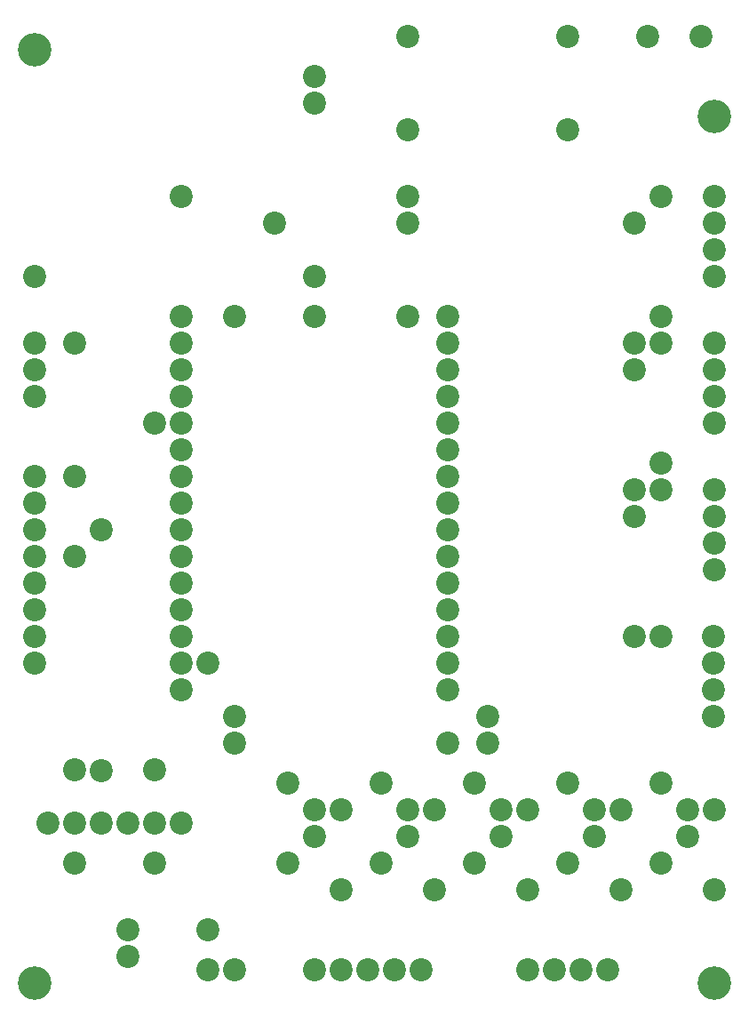
<source format=gbr>
%TF.GenerationSoftware,KiCad,Pcbnew,(5.1.6)-1*%
%TF.CreationDate,2022-08-08T10:05:23-05:00*%
%TF.ProjectId,controller4,636f6e74-726f-46c6-9c65-72342e6b6963,rev?*%
%TF.SameCoordinates,Original*%
%TF.FileFunction,Soldermask,Bot*%
%TF.FilePolarity,Negative*%
%FSLAX46Y46*%
G04 Gerber Fmt 4.6, Leading zero omitted, Abs format (unit mm)*
G04 Created by KiCad (PCBNEW (5.1.6)-1) date 2022-08-08 10:05:23*
%MOMM*%
%LPD*%
G01*
G04 APERTURE LIST*
%ADD10C,2.200000*%
%ADD11C,3.200000*%
G04 APERTURE END LIST*
D10*
%TO.C,J7*%
X41910000Y6290000D03*
X39370000Y6290000D03*
X36830000Y6290000D03*
X34290000Y6290000D03*
X31750000Y6290000D03*
%TD*%
%TO.C,C1*%
X31750000Y21530000D03*
X31750000Y18990000D03*
%TD*%
%TO.C,C2*%
X40640000Y18990000D03*
X40640000Y21530000D03*
%TD*%
%TO.C,C3*%
X49530000Y21530000D03*
X49530000Y18990000D03*
%TD*%
%TO.C,C4*%
X58420000Y18990000D03*
X58420000Y21530000D03*
%TD*%
%TO.C,C5*%
X48260000Y30420000D03*
X48260000Y27880000D03*
%TD*%
%TO.C,C6*%
X67310000Y21530000D03*
X67310000Y18990000D03*
%TD*%
%TO.C,C7*%
X13970000Y7560000D03*
X13970000Y10100000D03*
%TD*%
%TO.C,J1*%
X68580000Y95190000D03*
X63500000Y95190000D03*
%TD*%
%TO.C,J2*%
X69850000Y79950000D03*
X69850000Y77410000D03*
X69850000Y74870000D03*
X69850000Y72330000D03*
%TD*%
%TO.C,J3*%
X69850000Y58360000D03*
X69850000Y60900000D03*
X69850000Y63440000D03*
X69850000Y65980000D03*
%TD*%
%TO.C,J4*%
X69850000Y52010000D03*
X69850000Y49470000D03*
X69850000Y46930000D03*
X69850000Y44390000D03*
%TD*%
%TO.C,J5*%
X69789999Y30420000D03*
X69789999Y32960000D03*
X69789999Y35500000D03*
X69789999Y38040000D03*
%TD*%
%TO.C,J6*%
X59690000Y6290000D03*
X57150000Y6290000D03*
X54610000Y6290000D03*
X52070000Y6290000D03*
%TD*%
%TO.C,J8*%
X31750000Y88840000D03*
X31750000Y91380000D03*
%TD*%
%TO.C,J9*%
X5080000Y65980000D03*
X5080000Y63440000D03*
X5080000Y60900000D03*
%TD*%
%TO.C,J10*%
X5080000Y35500000D03*
X5080000Y38040000D03*
X5080000Y40580000D03*
X5080000Y43120000D03*
X5080000Y45660000D03*
X5080000Y48200000D03*
X5080000Y50740000D03*
X5080000Y53280000D03*
%TD*%
%TO.C,J11*%
X24130000Y6290000D03*
X21590000Y6290000D03*
%TD*%
%TO.C,M1*%
X55880000Y86300000D03*
X40640000Y86300000D03*
X40640000Y95190000D03*
X55880000Y95190000D03*
%TD*%
%TO.C,M2*%
X6350000Y20260000D03*
X8890000Y20260000D03*
X11430000Y20260000D03*
X13970000Y20260000D03*
X16510000Y20260000D03*
X19050000Y20260000D03*
%TD*%
%TO.C,R1*%
X69850000Y13910000D03*
X69850000Y21530000D03*
%TD*%
%TO.C,R2*%
X60960000Y13910000D03*
X60960000Y21530000D03*
%TD*%
%TO.C,R3*%
X52070000Y21530000D03*
X52070000Y13910000D03*
%TD*%
%TO.C,R4*%
X43180000Y13910000D03*
X43180000Y21530000D03*
%TD*%
%TO.C,R5*%
X34290000Y21530000D03*
X34290000Y13910000D03*
%TD*%
%TO.C,R6*%
X29210000Y16450000D03*
X29210000Y24070000D03*
%TD*%
%TO.C,R7*%
X38100000Y24070000D03*
X38100000Y16450000D03*
%TD*%
%TO.C,R8*%
X46990000Y16450000D03*
X46990000Y24070000D03*
%TD*%
%TO.C,R9*%
X55880000Y24070000D03*
X55880000Y16450000D03*
%TD*%
%TO.C,R10*%
X64770000Y16450000D03*
X64770000Y24070000D03*
%TD*%
%TO.C,R11*%
X16510000Y16450000D03*
X8890000Y16450000D03*
%TD*%
%TO.C,U1*%
X44450000Y68520000D03*
X44450000Y65980000D03*
X44450000Y63440000D03*
X44450000Y60900000D03*
X44450000Y58360000D03*
X44450000Y55820000D03*
X44450000Y53280000D03*
X44450000Y50740000D03*
X44450000Y48200000D03*
X44450000Y45660000D03*
X44450000Y43120000D03*
X44450000Y40580000D03*
X44450000Y38040000D03*
X44450000Y35500000D03*
X44450000Y32960000D03*
X19050000Y32960000D03*
X19050000Y35500000D03*
X19050000Y38040000D03*
X19050000Y40580000D03*
X19050000Y43120000D03*
X19050000Y45660000D03*
X19050000Y48200000D03*
X19050000Y50740000D03*
X19050000Y53280000D03*
X19050000Y55820000D03*
X19050000Y58360000D03*
X19050000Y60900000D03*
X19050000Y63440000D03*
X19050000Y65980000D03*
X19050000Y68520000D03*
%TD*%
D11*
X5080000Y93920000D03*
X69850000Y87570000D03*
X5080000Y5020000D03*
X69850000Y5020000D03*
D10*
X64770000Y79950000D03*
X64770000Y68520000D03*
X64770000Y65980000D03*
X64770000Y54550000D03*
X64770000Y52010000D03*
X64770000Y38040000D03*
X19050000Y79950000D03*
X40640000Y79950000D03*
X44450000Y27880000D03*
X24130000Y27880000D03*
X24130000Y30420000D03*
X24130000Y68520000D03*
X5080000Y72330000D03*
X8890000Y53280000D03*
X8890000Y65980000D03*
X31750000Y72330000D03*
X31750000Y68520000D03*
X40640000Y68520000D03*
X62230000Y77410000D03*
X62230000Y65980000D03*
X62230000Y63440000D03*
X62230000Y52010000D03*
X62230000Y49470000D03*
X62230000Y38040000D03*
X40640000Y77410000D03*
X27940000Y77410000D03*
X8890000Y45660000D03*
X8890000Y25340000D03*
X11430000Y48200000D03*
X11430000Y25200010D03*
X16510000Y25340000D03*
X16510000Y58360000D03*
X21590000Y10100000D03*
X21590000Y35500000D03*
M02*

</source>
